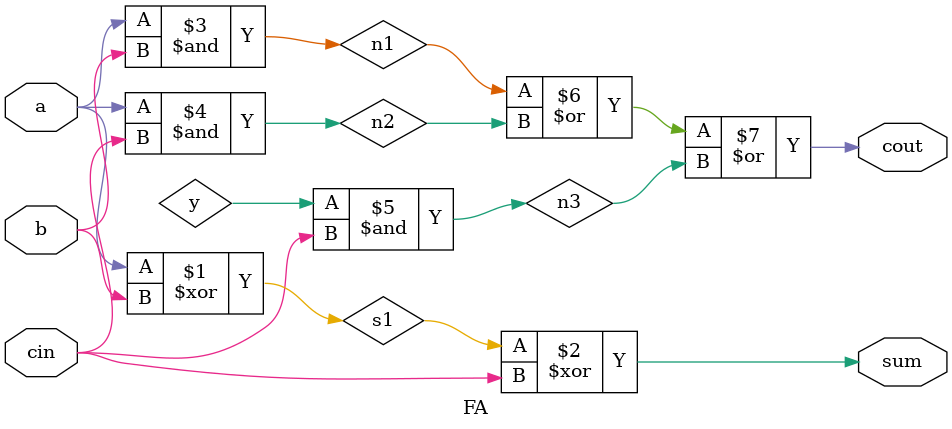
<source format=v>
module FA(cout, sum, a, b, cin );
// I/O port declarations
input a, b, cin;
output sum, cout;
wire s1, n1, n2, n3;

xor (s1, a, b); // compute sum.
xor (sum, s1, cin);
and (n1, a, b); // compute carry out.
and (n2, a, cin);
and (n3, y, cin);
or (cout, n1, n2, n3);

endmodule
</source>
